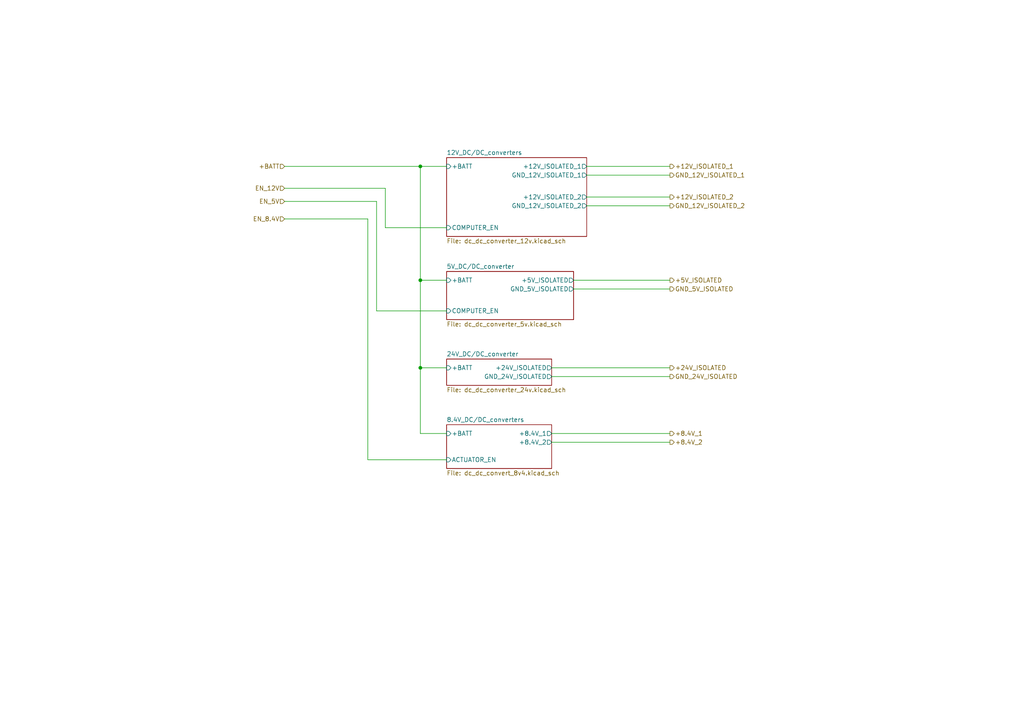
<source format=kicad_sch>
(kicad_sch (version 20211123) (generator eeschema)
  (paper "A4")
  (title_block (title "Power Management for Zeabus AUV") (date "20-April-2020") (rev "1.0.0") (company "Zeabus") (comment 1 "by Natchanan Thongtem and Akrapong Patchararungruang"))
  (lib_symbols)
  (junction (at 121.92 48.26))
  (junction (at 121.92 106.68))
  (junction (at 121.92 81.28))
  (wire (pts (xy 109.22 90.17) (xy 129.54 90.17)))
  (wire (pts (xy 129.54 81.28) (xy 121.92 81.28)))
  (wire (pts (xy 121.92 81.28) (xy 121.92 106.68)))
  (wire (pts (xy 121.92 106.68) (xy 129.54 106.68)))
  (wire (pts (xy 121.92 125.73) (xy 129.54 125.73)))
  (wire (pts (xy 160.02 125.73) (xy 194.31 125.73)))
  (wire (pts (xy 170.18 57.15) (xy 194.31 57.15)))
  (wire (pts (xy 160.02 128.27) (xy 194.31 128.27)))
  (wire (pts (xy 121.92 48.26) (xy 121.92 81.28)))
  (wire (pts (xy 170.18 59.69) (xy 194.31 59.69)))
  (wire (pts (xy 109.22 90.17) (xy 109.22 58.42)))
  (wire (pts (xy 194.31 83.82) (xy 166.37 83.82)))
  (wire (pts (xy 170.18 50.8) (xy 194.31 50.8)))
  (wire (pts (xy 194.31 81.28) (xy 166.37 81.28)))
  (wire (pts (xy 82.55 54.61) (xy 111.76 54.61)))
  (wire (pts (xy 121.92 48.26) (xy 129.54 48.26)))
  (wire (pts (xy 82.55 48.26) (xy 121.92 48.26)))
  (wire (pts (xy 194.31 109.22) (xy 160.02 109.22)))
  (wire (pts (xy 111.76 54.61) (xy 111.76 66.04)))
  (wire (pts (xy 111.76 66.04) (xy 129.54 66.04)))
  (wire (pts (xy 106.68 63.5) (xy 106.68 133.35)))
  (wire (pts (xy 106.68 133.35) (xy 129.54 133.35)))
  (wire (pts (xy 160.02 106.68) (xy 194.31 106.68)))
  (wire (pts (xy 194.31 48.26) (xy 170.18 48.26)))
  (wire (pts (xy 82.55 63.5) (xy 106.68 63.5)))
  (wire (pts (xy 109.22 58.42) (xy 82.55 58.42)))
  (wire (pts (xy 121.92 106.68) (xy 121.92 125.73)))
  (hierarchical_label "GND_5V_ISOLATED" (shape output) (at 194.31 83.82 0))
  (hierarchical_label "EN_12V" (shape input) (at 82.55 54.61 180))
  (hierarchical_label "GND_12V_ISOLATED_2" (shape output) (at 194.31 59.69 0))
  (hierarchical_label "+12V_ISOLATED_1" (shape output) (at 194.31 48.26 0))
  (hierarchical_label "+BATT" (shape input) (at 82.55 48.26 180))
  (hierarchical_label "GND_12V_ISOLATED_1" (shape output) (at 194.31 50.8 0))
  (hierarchical_label "EN_5V" (shape input) (at 82.55 58.42 180))
  (hierarchical_label "+8.4V_1" (shape output) (at 194.31 125.73 0))
  (hierarchical_label "EN_8.4V" (shape input) (at 82.55 63.5 180))
  (hierarchical_label "+24V_ISOLATED" (shape output) (at 194.31 106.68 0))
  (hierarchical_label "+5V_ISOLATED" (shape output) (at 194.31 81.28 0))
  (hierarchical_label "GND_24V_ISOLATED" (shape output) (at 194.31 109.22 0))
  (hierarchical_label "+12V_ISOLATED_2" (shape output) (at 194.31 57.15 0))
  (hierarchical_label "+8.4V_2" (shape output) (at 194.31 128.27 0))
  (sheet (at 129.54 78.74) (size 36.83 13.97)
    (property "Sheet name" "5V_DC/DC_converter" (at 129.54 78.0284 0) (effects (justify left bottom)))
    (property "Sheet file" "dc_dc_converter_5v.kicad_sch" (at 129.54 93.2946 0) (effects (justify left top)))
    (pin "GND_5V_ISOLATED" output (at 166.37 83.82 0))
    (pin "+5V_ISOLATED" output (at 166.37 81.28 0))
    (pin "+BATT" input (at 129.54 81.28 180))
    (pin "COMPUTER_EN" input (at 129.54 90.17 180))
  )
  (sheet (at 129.54 104.14) (size 30.48 7.62)
    (property "Sheet name" "24V_DC/DC_converter" (at 129.54 103.4284 0) (effects (justify left bottom)))
    (property "Sheet file" "dc_dc_converter_24v.kicad_sch" (at 129.54 112.3446 0) (effects (justify left top)))
    (pin "GND_24V_ISOLATED" output (at 160.02 109.22 0))
    (pin "+24V_ISOLATED" output (at 160.02 106.68 0))
    (pin "+BATT" input (at 129.54 106.68 180))
  )
  (sheet (at 129.54 123.19) (size 30.48 12.7)
    (property "Sheet name" "8.4V_DC/DC_converters" (at 129.54 122.4784 0) (effects (justify left bottom)))
    (property "Sheet file" "dc_dc_convert_8v4.kicad_sch" (at 129.54 136.4746 0) (effects (justify left top)))
    (pin "+BATT" input (at 129.54 125.73 180))
    (pin "+8.4V_1" output (at 160.02 125.73 0))
    (pin "+8.4V_2" output (at 160.02 128.27 0))
    (pin "ACTUATOR_EN" input (at 129.54 133.35 180))
  )
  (sheet (at 129.54 45.72) (size 40.64 22.86)
    (property "Sheet name" "12V_DC/DC_converters" (at 129.54 45.0084 0) (effects (justify left bottom)))
    (property "Sheet file" "dc_dc_converter_12v.kicad_sch" (at 129.54 69.1646 0) (effects (justify left top)))
    (pin "+12V_ISOLATED_1" output (at 170.18 48.26 0))
    (pin "GND_12V_ISOLATED_1" output (at 170.18 50.8 0))
    (pin "+12V_ISOLATED_2" output (at 170.18 57.15 0))
    (pin "GND_12V_ISOLATED_2" output (at 170.18 59.69 0))
    (pin "+BATT" input (at 129.54 48.26 180))
    (pin "COMPUTER_EN" input (at 129.54 66.04 180))
  )
)
</source>
